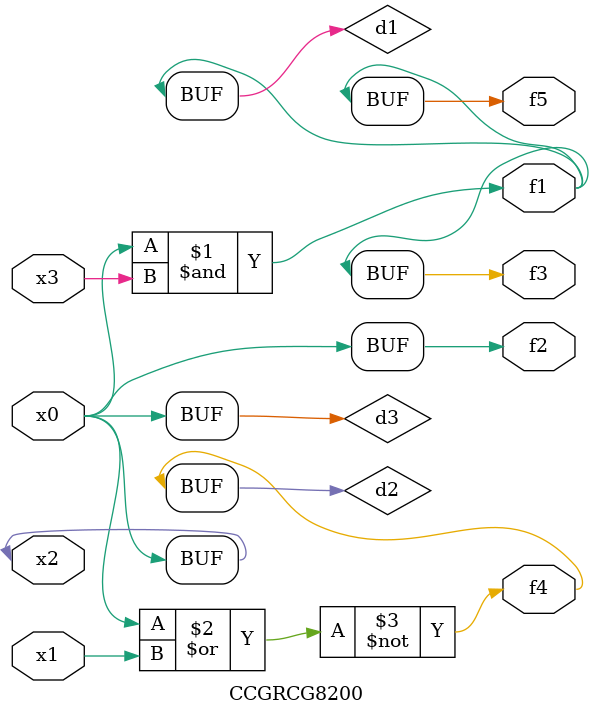
<source format=v>
module CCGRCG8200(
	input x0, x1, x2, x3,
	output f1, f2, f3, f4, f5
);

	wire d1, d2, d3;

	and (d1, x2, x3);
	nor (d2, x0, x1);
	buf (d3, x0, x2);
	assign f1 = d1;
	assign f2 = d3;
	assign f3 = d1;
	assign f4 = d2;
	assign f5 = d1;
endmodule

</source>
